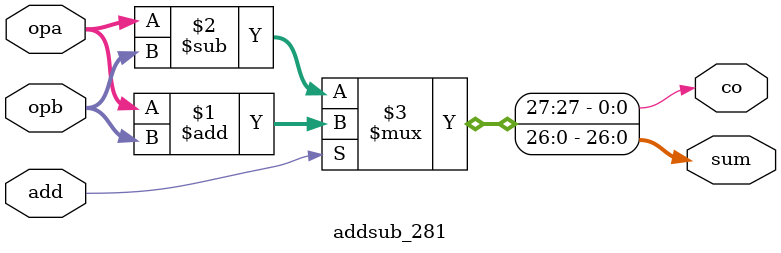
<source format=v>
`timescale 1ns / 1ps 

module addsub_281(add, opa, opb, sum, co);
input		add;
input	[26:0]	opa, opb;
output	[26:0]	sum;
output		co;



assign {co, sum} = add ? (opa + opb) : (opa - opb);

endmodule

</source>
